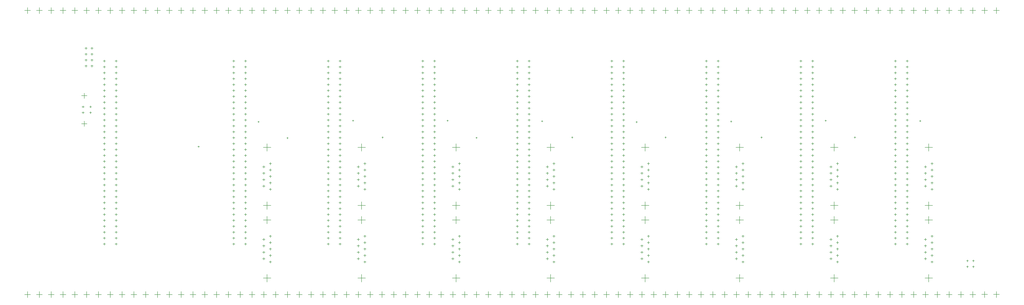
<source format=gbr>
%FSTAX23Y23*%
%MOIN*%
%SFA1B1*%

%IPPOS*%
%ADD226C,0.005000*%
%LNbackplane_drillmap_1-1*%
%LPD*%
G54D226*
X02851Y0531D02*
X02888D01*
X0287Y05292D02*
Y05328D01*
X02851Y05409D02*
X02888D01*
X0287Y05391D02*
Y05427D01*
X02978Y05409D02*
X03014D01*
X02996Y05391D02*
Y05427D01*
X02978Y0531D02*
X03014D01*
X02996Y05292D02*
Y05328D01*
X02844Y05597D02*
X02935D01*
X02889Y05551D02*
Y05642D01*
X02844Y05122D02*
X02935D01*
X02889Y05077D02*
Y05168D01*
X168Y06185D02*
X16839D01*
X1682Y06165D02*
Y06204D01*
X168Y06085D02*
X16839D01*
X1682Y06065D02*
Y06104D01*
X168Y05985D02*
X16839D01*
X1682Y05965D02*
Y06004D01*
X168Y05885D02*
X16839D01*
X1682Y05865D02*
Y05904D01*
X168Y05785D02*
X16839D01*
X1682Y05765D02*
Y05804D01*
X168Y05685D02*
X16839D01*
X1682Y05665D02*
Y05704D01*
X168Y05584D02*
X16839D01*
X1682Y05565D02*
Y05604D01*
X168Y05485D02*
X16839D01*
X1682Y05465D02*
Y05504D01*
X168Y05385D02*
X16839D01*
X1682Y05365D02*
Y05404D01*
X168Y05285D02*
X16839D01*
X1682Y05265D02*
Y05304D01*
X168Y05185D02*
X16839D01*
X1682Y05165D02*
Y05204D01*
X168Y05085D02*
X16839D01*
X1682Y05065D02*
Y05104D01*
X168Y04985D02*
X16839D01*
X1682Y04965D02*
Y05004D01*
X168Y04885D02*
X16839D01*
X1682Y04865D02*
Y04904D01*
X168Y04785D02*
X16839D01*
X1682Y04765D02*
Y04804D01*
X168Y04685D02*
X16839D01*
X1682Y04665D02*
Y04704D01*
X168Y04585D02*
X16839D01*
X1682Y04565D02*
Y04604D01*
X168Y04485D02*
X16839D01*
X1682Y04465D02*
Y04504D01*
X168Y04385D02*
X16839D01*
X1682Y04365D02*
Y04404D01*
X168Y04285D02*
X16839D01*
X1682Y04265D02*
Y04304D01*
X168Y04185D02*
X16839D01*
X1682Y04165D02*
Y04204D01*
X168Y04085D02*
X16839D01*
X1682Y04065D02*
Y04104D01*
X168Y03985D02*
X16839D01*
X1682Y03965D02*
Y04004D01*
X168Y03885D02*
X16839D01*
X1682Y03865D02*
Y03904D01*
X168Y03785D02*
X16839D01*
X1682Y03765D02*
Y03804D01*
X168Y03685D02*
X16839D01*
X1682Y03665D02*
Y03704D01*
X168Y03585D02*
X16839D01*
X1682Y03565D02*
Y03604D01*
X168Y03485D02*
X16839D01*
X1682Y03465D02*
Y03504D01*
X168Y03385D02*
X16839D01*
X1682Y03365D02*
Y03404D01*
X168Y03285D02*
X16839D01*
X1682Y03265D02*
Y03304D01*
X168Y03185D02*
X16839D01*
X1682Y03165D02*
Y03204D01*
X168Y03085D02*
X16839D01*
X1682Y03065D02*
Y03104D01*
X166Y06185D02*
X16639D01*
X1662Y06165D02*
Y06204D01*
X166Y06085D02*
X16639D01*
X1662Y06065D02*
Y06104D01*
X166Y05985D02*
X16639D01*
X1662Y05965D02*
Y06004D01*
X166Y05885D02*
X16639D01*
X1662Y05865D02*
Y05904D01*
X166Y05785D02*
X16639D01*
X1662Y05765D02*
Y05804D01*
X166Y05685D02*
X16639D01*
X1662Y05665D02*
Y05704D01*
X166Y05584D02*
X16639D01*
X1662Y05565D02*
Y05604D01*
X166Y05485D02*
X16639D01*
X1662Y05465D02*
Y05504D01*
X166Y05385D02*
X16639D01*
X1662Y05365D02*
Y05404D01*
X166Y05285D02*
X16639D01*
X1662Y05265D02*
Y05304D01*
X166Y05185D02*
X16639D01*
X1662Y05165D02*
Y05204D01*
X166Y05085D02*
X16639D01*
X1662Y05065D02*
Y05104D01*
X166Y04985D02*
X16639D01*
X1662Y04965D02*
Y05004D01*
X166Y04885D02*
X16639D01*
X1662Y04865D02*
Y04904D01*
X166Y04785D02*
X16639D01*
X1662Y04765D02*
Y04804D01*
X166Y04685D02*
X16639D01*
X1662Y04665D02*
Y04704D01*
X166Y04585D02*
X16639D01*
X1662Y04565D02*
Y04604D01*
X166Y04485D02*
X16639D01*
X1662Y04465D02*
Y04504D01*
X166Y04385D02*
X16639D01*
X1662Y04365D02*
Y04404D01*
X166Y04285D02*
X16639D01*
X1662Y04265D02*
Y04304D01*
X166Y04185D02*
X16639D01*
X1662Y04165D02*
Y04204D01*
X166Y04085D02*
X16639D01*
X1662Y04065D02*
Y04104D01*
X166Y03985D02*
X16639D01*
X1662Y03965D02*
Y04004D01*
X166Y03885D02*
X16639D01*
X1662Y03865D02*
Y03904D01*
X166Y03785D02*
X16639D01*
X1662Y03765D02*
Y03804D01*
X166Y03685D02*
X16639D01*
X1662Y03665D02*
Y03704D01*
X166Y03585D02*
X16639D01*
X1662Y03565D02*
Y03604D01*
X166Y03485D02*
X16639D01*
X1662Y03465D02*
Y03504D01*
X166Y03385D02*
X16639D01*
X1662Y03365D02*
Y03404D01*
X166Y03285D02*
X16639D01*
X1662Y03265D02*
Y03304D01*
X166Y03185D02*
X16639D01*
X1662Y03165D02*
Y03204D01*
X166Y03085D02*
X16639D01*
X1662Y03065D02*
Y03104D01*
X152Y06185D02*
X15239D01*
X1522Y06165D02*
Y06204D01*
X152Y06085D02*
X15239D01*
X1522Y06065D02*
Y06104D01*
X152Y05985D02*
X15239D01*
X1522Y05965D02*
Y06004D01*
X152Y05885D02*
X15239D01*
X1522Y05865D02*
Y05904D01*
X152Y05785D02*
X15239D01*
X1522Y05765D02*
Y05804D01*
X152Y05685D02*
X15239D01*
X1522Y05665D02*
Y05704D01*
X152Y05584D02*
X15239D01*
X1522Y05565D02*
Y05604D01*
X152Y05485D02*
X15239D01*
X1522Y05465D02*
Y05504D01*
X152Y05385D02*
X15239D01*
X1522Y05365D02*
Y05404D01*
X152Y05285D02*
X15239D01*
X1522Y05265D02*
Y05304D01*
X152Y05185D02*
X15239D01*
X1522Y05165D02*
Y05204D01*
X152Y05085D02*
X15239D01*
X1522Y05065D02*
Y05104D01*
X152Y04985D02*
X15239D01*
X1522Y04965D02*
Y05004D01*
X152Y04885D02*
X15239D01*
X1522Y04865D02*
Y04904D01*
X152Y04785D02*
X15239D01*
X1522Y04765D02*
Y04804D01*
X152Y04685D02*
X15239D01*
X1522Y04665D02*
Y04704D01*
X152Y04585D02*
X15239D01*
X1522Y04565D02*
Y04604D01*
X152Y04485D02*
X15239D01*
X1522Y04465D02*
Y04504D01*
X152Y04385D02*
X15239D01*
X1522Y04365D02*
Y04404D01*
X152Y04285D02*
X15239D01*
X1522Y04265D02*
Y04304D01*
X152Y04185D02*
X15239D01*
X1522Y04165D02*
Y04204D01*
X152Y04085D02*
X15239D01*
X1522Y04065D02*
Y04104D01*
X152Y03985D02*
X15239D01*
X1522Y03965D02*
Y04004D01*
X152Y03885D02*
X15239D01*
X1522Y03865D02*
Y03904D01*
X152Y03785D02*
X15239D01*
X1522Y03765D02*
Y03804D01*
X152Y03685D02*
X15239D01*
X1522Y03665D02*
Y03704D01*
X152Y03585D02*
X15239D01*
X1522Y03565D02*
Y03604D01*
X152Y03485D02*
X15239D01*
X1522Y03465D02*
Y03504D01*
X152Y03385D02*
X15239D01*
X1522Y03365D02*
Y03404D01*
X152Y03285D02*
X15239D01*
X1522Y03265D02*
Y03304D01*
X152Y03185D02*
X15239D01*
X1522Y03165D02*
Y03204D01*
X152Y03085D02*
X15239D01*
X1522Y03065D02*
Y03104D01*
X15Y06185D02*
X15039D01*
X1502Y06165D02*
Y06204D01*
X15Y06085D02*
X15039D01*
X1502Y06065D02*
Y06104D01*
X15Y05985D02*
X15039D01*
X1502Y05965D02*
Y06004D01*
X15Y05885D02*
X15039D01*
X1502Y05865D02*
Y05904D01*
X15Y05785D02*
X15039D01*
X1502Y05765D02*
Y05804D01*
X15Y05685D02*
X15039D01*
X1502Y05665D02*
Y05704D01*
X15Y05584D02*
X15039D01*
X1502Y05565D02*
Y05604D01*
X15Y05485D02*
X15039D01*
X1502Y05465D02*
Y05504D01*
X15Y05385D02*
X15039D01*
X1502Y05365D02*
Y05404D01*
X15Y05285D02*
X15039D01*
X1502Y05265D02*
Y05304D01*
X15Y05185D02*
X15039D01*
X1502Y05165D02*
Y05204D01*
X15Y05085D02*
X15039D01*
X1502Y05065D02*
Y05104D01*
X15Y04985D02*
X15039D01*
X1502Y04965D02*
Y05004D01*
X15Y04885D02*
X15039D01*
X1502Y04865D02*
Y04904D01*
X15Y04785D02*
X15039D01*
X1502Y04765D02*
Y04804D01*
X15Y04685D02*
X15039D01*
X1502Y04665D02*
Y04704D01*
X15Y04585D02*
X15039D01*
X1502Y04565D02*
Y04604D01*
X15Y04485D02*
X15039D01*
X1502Y04465D02*
Y04504D01*
X15Y04385D02*
X15039D01*
X1502Y04365D02*
Y04404D01*
X15Y04285D02*
X15039D01*
X1502Y04265D02*
Y04304D01*
X15Y04185D02*
X15039D01*
X1502Y04165D02*
Y04204D01*
X15Y04085D02*
X15039D01*
X1502Y04065D02*
Y04104D01*
X15Y03985D02*
X15039D01*
X1502Y03965D02*
Y04004D01*
X15Y03885D02*
X15039D01*
X1502Y03865D02*
Y03904D01*
X15Y03785D02*
X15039D01*
X1502Y03765D02*
Y03804D01*
X15Y03685D02*
X15039D01*
X1502Y03665D02*
Y03704D01*
X15Y03585D02*
X15039D01*
X1502Y03565D02*
Y03604D01*
X15Y03485D02*
X15039D01*
X1502Y03465D02*
Y03504D01*
X15Y03385D02*
X15039D01*
X1502Y03365D02*
Y03404D01*
X15Y03285D02*
X15039D01*
X1502Y03265D02*
Y03304D01*
X15Y03185D02*
X15039D01*
X1502Y03165D02*
Y03204D01*
X15Y03085D02*
X15039D01*
X1502Y03065D02*
Y03104D01*
X136Y06185D02*
X13639D01*
X1362Y06165D02*
Y06204D01*
X136Y06085D02*
X13639D01*
X1362Y06065D02*
Y06104D01*
X136Y05985D02*
X13639D01*
X1362Y05965D02*
Y06004D01*
X136Y05885D02*
X13639D01*
X1362Y05865D02*
Y05904D01*
X136Y05785D02*
X13639D01*
X1362Y05765D02*
Y05804D01*
X136Y05685D02*
X13639D01*
X1362Y05665D02*
Y05704D01*
X136Y05584D02*
X13639D01*
X1362Y05565D02*
Y05604D01*
X136Y05485D02*
X13639D01*
X1362Y05465D02*
Y05504D01*
X136Y05385D02*
X13639D01*
X1362Y05365D02*
Y05404D01*
X136Y05285D02*
X13639D01*
X1362Y05265D02*
Y05304D01*
X136Y05185D02*
X13639D01*
X1362Y05165D02*
Y05204D01*
X136Y05085D02*
X13639D01*
X1362Y05065D02*
Y05104D01*
X136Y04985D02*
X13639D01*
X1362Y04965D02*
Y05004D01*
X136Y04885D02*
X13639D01*
X1362Y04865D02*
Y04904D01*
X136Y04785D02*
X13639D01*
X1362Y04765D02*
Y04804D01*
X136Y04685D02*
X13639D01*
X1362Y04665D02*
Y04704D01*
X136Y04585D02*
X13639D01*
X1362Y04565D02*
Y04604D01*
X136Y04485D02*
X13639D01*
X1362Y04465D02*
Y04504D01*
X136Y04385D02*
X13639D01*
X1362Y04365D02*
Y04404D01*
X136Y04285D02*
X13639D01*
X1362Y04265D02*
Y04304D01*
X136Y04185D02*
X13639D01*
X1362Y04165D02*
Y04204D01*
X136Y04085D02*
X13639D01*
X1362Y04065D02*
Y04104D01*
X136Y03985D02*
X13639D01*
X1362Y03965D02*
Y04004D01*
X136Y03885D02*
X13639D01*
X1362Y03865D02*
Y03904D01*
X136Y03785D02*
X13639D01*
X1362Y03765D02*
Y03804D01*
X136Y03685D02*
X13639D01*
X1362Y03665D02*
Y03704D01*
X136Y03585D02*
X13639D01*
X1362Y03565D02*
Y03604D01*
X136Y03485D02*
X13639D01*
X1362Y03465D02*
Y03504D01*
X136Y03385D02*
X13639D01*
X1362Y03365D02*
Y03404D01*
X136Y03285D02*
X13639D01*
X1362Y03265D02*
Y03304D01*
X136Y03185D02*
X13639D01*
X1362Y03165D02*
Y03204D01*
X136Y03085D02*
X13639D01*
X1362Y03065D02*
Y03104D01*
X134Y06185D02*
X13439D01*
X1342Y06165D02*
Y06204D01*
X134Y06085D02*
X13439D01*
X1342Y06065D02*
Y06104D01*
X134Y05985D02*
X13439D01*
X1342Y05965D02*
Y06004D01*
X134Y05885D02*
X13439D01*
X1342Y05865D02*
Y05904D01*
X134Y05785D02*
X13439D01*
X1342Y05765D02*
Y05804D01*
X134Y05685D02*
X13439D01*
X1342Y05665D02*
Y05704D01*
X134Y05584D02*
X13439D01*
X1342Y05565D02*
Y05604D01*
X134Y05485D02*
X13439D01*
X1342Y05465D02*
Y05504D01*
X134Y05385D02*
X13439D01*
X1342Y05365D02*
Y05404D01*
X134Y05285D02*
X13439D01*
X1342Y05265D02*
Y05304D01*
X134Y05185D02*
X13439D01*
X1342Y05165D02*
Y05204D01*
X134Y05085D02*
X13439D01*
X1342Y05065D02*
Y05104D01*
X134Y04985D02*
X13439D01*
X1342Y04965D02*
Y05004D01*
X134Y04885D02*
X13439D01*
X1342Y04865D02*
Y04904D01*
X134Y04785D02*
X13439D01*
X1342Y04765D02*
Y04804D01*
X134Y04685D02*
X13439D01*
X1342Y04665D02*
Y04704D01*
X134Y04585D02*
X13439D01*
X1342Y04565D02*
Y04604D01*
X134Y04485D02*
X13439D01*
X1342Y04465D02*
Y04504D01*
X134Y04385D02*
X13439D01*
X1342Y04365D02*
Y04404D01*
X134Y04285D02*
X13439D01*
X1342Y04265D02*
Y04304D01*
X134Y04185D02*
X13439D01*
X1342Y04165D02*
Y04204D01*
X134Y04085D02*
X13439D01*
X1342Y04065D02*
Y04104D01*
X134Y03985D02*
X13439D01*
X1342Y03965D02*
Y04004D01*
X134Y03885D02*
X13439D01*
X1342Y03865D02*
Y03904D01*
X134Y03785D02*
X13439D01*
X1342Y03765D02*
Y03804D01*
X134Y03685D02*
X13439D01*
X1342Y03665D02*
Y03704D01*
X134Y03585D02*
X13439D01*
X1342Y03565D02*
Y03604D01*
X134Y03485D02*
X13439D01*
X1342Y03465D02*
Y03504D01*
X134Y03385D02*
X13439D01*
X1342Y03365D02*
Y03404D01*
X134Y03285D02*
X13439D01*
X1342Y03265D02*
Y03304D01*
X134Y03185D02*
X13439D01*
X1342Y03165D02*
Y03204D01*
X134Y03085D02*
X13439D01*
X1342Y03065D02*
Y03104D01*
X12Y06185D02*
X12039D01*
X1202Y06165D02*
Y06204D01*
X12Y06085D02*
X12039D01*
X1202Y06065D02*
Y06104D01*
X12Y05985D02*
X12039D01*
X1202Y05965D02*
Y06004D01*
X12Y05885D02*
X12039D01*
X1202Y05865D02*
Y05904D01*
X12Y05785D02*
X12039D01*
X1202Y05765D02*
Y05804D01*
X12Y05685D02*
X12039D01*
X1202Y05665D02*
Y05704D01*
X12Y05584D02*
X12039D01*
X1202Y05565D02*
Y05604D01*
X12Y05485D02*
X12039D01*
X1202Y05465D02*
Y05504D01*
X12Y05385D02*
X12039D01*
X1202Y05365D02*
Y05404D01*
X12Y05285D02*
X12039D01*
X1202Y05265D02*
Y05304D01*
X12Y05185D02*
X12039D01*
X1202Y05165D02*
Y05204D01*
X12Y05085D02*
X12039D01*
X1202Y05065D02*
Y05104D01*
X12Y04985D02*
X12039D01*
X1202Y04965D02*
Y05004D01*
X12Y04885D02*
X12039D01*
X1202Y04865D02*
Y04904D01*
X12Y04785D02*
X12039D01*
X1202Y04765D02*
Y04804D01*
X12Y04685D02*
X12039D01*
X1202Y04665D02*
Y04704D01*
X12Y04585D02*
X12039D01*
X1202Y04565D02*
Y04604D01*
X12Y04485D02*
X12039D01*
X1202Y04465D02*
Y04504D01*
X12Y04385D02*
X12039D01*
X1202Y04365D02*
Y04404D01*
X12Y04285D02*
X12039D01*
X1202Y04265D02*
Y04304D01*
X12Y04185D02*
X12039D01*
X1202Y04165D02*
Y04204D01*
X12Y04085D02*
X12039D01*
X1202Y04065D02*
Y04104D01*
X12Y03985D02*
X12039D01*
X1202Y03965D02*
Y04004D01*
X12Y03885D02*
X12039D01*
X1202Y03865D02*
Y03904D01*
X12Y03785D02*
X12039D01*
X1202Y03765D02*
Y03804D01*
X12Y03685D02*
X12039D01*
X1202Y03665D02*
Y03704D01*
X12Y03585D02*
X12039D01*
X1202Y03565D02*
Y03604D01*
X12Y03485D02*
X12039D01*
X1202Y03465D02*
Y03504D01*
X12Y03385D02*
X12039D01*
X1202Y03365D02*
Y03404D01*
X12Y03285D02*
X12039D01*
X1202Y03265D02*
Y03304D01*
X12Y03185D02*
X12039D01*
X1202Y03165D02*
Y03204D01*
X12Y03085D02*
X12039D01*
X1202Y03065D02*
Y03104D01*
X118Y06185D02*
X11839D01*
X1182Y06165D02*
Y06204D01*
X118Y06085D02*
X11839D01*
X1182Y06065D02*
Y06104D01*
X118Y05985D02*
X11839D01*
X1182Y05965D02*
Y06004D01*
X118Y05885D02*
X11839D01*
X1182Y05865D02*
Y05904D01*
X118Y05785D02*
X11839D01*
X1182Y05765D02*
Y05804D01*
X118Y05685D02*
X11839D01*
X1182Y05665D02*
Y05704D01*
X118Y05584D02*
X11839D01*
X1182Y05565D02*
Y05604D01*
X118Y05485D02*
X11839D01*
X1182Y05465D02*
Y05504D01*
X118Y05385D02*
X11839D01*
X1182Y05365D02*
Y05404D01*
X118Y05285D02*
X11839D01*
X1182Y05265D02*
Y05304D01*
X118Y05185D02*
X11839D01*
X1182Y05165D02*
Y05204D01*
X118Y05085D02*
X11839D01*
X1182Y05065D02*
Y05104D01*
X118Y04985D02*
X11839D01*
X1182Y04965D02*
Y05004D01*
X118Y04885D02*
X11839D01*
X1182Y04865D02*
Y04904D01*
X118Y04785D02*
X11839D01*
X1182Y04765D02*
Y04804D01*
X118Y04685D02*
X11839D01*
X1182Y04665D02*
Y04704D01*
X118Y04585D02*
X11839D01*
X1182Y04565D02*
Y04604D01*
X118Y04485D02*
X11839D01*
X1182Y04465D02*
Y04504D01*
X118Y04385D02*
X11839D01*
X1182Y04365D02*
Y04404D01*
X118Y04285D02*
X11839D01*
X1182Y04265D02*
Y04304D01*
X118Y04185D02*
X11839D01*
X1182Y04165D02*
Y04204D01*
X118Y04085D02*
X11839D01*
X1182Y04065D02*
Y04104D01*
X118Y03985D02*
X11839D01*
X1182Y03965D02*
Y04004D01*
X118Y03885D02*
X11839D01*
X1182Y03865D02*
Y03904D01*
X118Y03785D02*
X11839D01*
X1182Y03765D02*
Y03804D01*
X118Y03685D02*
X11839D01*
X1182Y03665D02*
Y03704D01*
X118Y03585D02*
X11839D01*
X1182Y03565D02*
Y03604D01*
X118Y03485D02*
X11839D01*
X1182Y03465D02*
Y03504D01*
X118Y03385D02*
X11839D01*
X1182Y03365D02*
Y03404D01*
X118Y03285D02*
X11839D01*
X1182Y03265D02*
Y03304D01*
X118Y03185D02*
X11839D01*
X1182Y03165D02*
Y03204D01*
X118Y03085D02*
X11839D01*
X1182Y03065D02*
Y03104D01*
X104Y06185D02*
X10439D01*
X1042Y06165D02*
Y06204D01*
X104Y06085D02*
X10439D01*
X1042Y06065D02*
Y06104D01*
X104Y05985D02*
X10439D01*
X1042Y05965D02*
Y06004D01*
X104Y05885D02*
X10439D01*
X1042Y05865D02*
Y05904D01*
X104Y05785D02*
X10439D01*
X1042Y05765D02*
Y05804D01*
X104Y05685D02*
X10439D01*
X1042Y05665D02*
Y05704D01*
X104Y05584D02*
X10439D01*
X1042Y05565D02*
Y05604D01*
X104Y05485D02*
X10439D01*
X1042Y05465D02*
Y05504D01*
X104Y05385D02*
X10439D01*
X1042Y05365D02*
Y05404D01*
X104Y05285D02*
X10439D01*
X1042Y05265D02*
Y05304D01*
X104Y05185D02*
X10439D01*
X1042Y05165D02*
Y05204D01*
X104Y05085D02*
X10439D01*
X1042Y05065D02*
Y05104D01*
X104Y04985D02*
X10439D01*
X1042Y04965D02*
Y05004D01*
X104Y04885D02*
X10439D01*
X1042Y04865D02*
Y04904D01*
X104Y04785D02*
X10439D01*
X1042Y04765D02*
Y04804D01*
X104Y04685D02*
X10439D01*
X1042Y04665D02*
Y04704D01*
X104Y04585D02*
X10439D01*
X1042Y04565D02*
Y04604D01*
X104Y04485D02*
X10439D01*
X1042Y04465D02*
Y04504D01*
X104Y04385D02*
X10439D01*
X1042Y04365D02*
Y04404D01*
X104Y04285D02*
X10439D01*
X1042Y04265D02*
Y04304D01*
X104Y04185D02*
X10439D01*
X1042Y04165D02*
Y04204D01*
X104Y04085D02*
X10439D01*
X1042Y04065D02*
Y04104D01*
X104Y03985D02*
X10439D01*
X1042Y03965D02*
Y04004D01*
X104Y03885D02*
X10439D01*
X1042Y03865D02*
Y03904D01*
X104Y03785D02*
X10439D01*
X1042Y03765D02*
Y03804D01*
X104Y03685D02*
X10439D01*
X1042Y03665D02*
Y03704D01*
X104Y03585D02*
X10439D01*
X1042Y03565D02*
Y03604D01*
X104Y03485D02*
X10439D01*
X1042Y03465D02*
Y03504D01*
X104Y03385D02*
X10439D01*
X1042Y03365D02*
Y03404D01*
X104Y03285D02*
X10439D01*
X1042Y03265D02*
Y03304D01*
X104Y03185D02*
X10439D01*
X1042Y03165D02*
Y03204D01*
X104Y03085D02*
X10439D01*
X1042Y03065D02*
Y03104D01*
X102Y06185D02*
X10239D01*
X1022Y06165D02*
Y06204D01*
X102Y06085D02*
X10239D01*
X1022Y06065D02*
Y06104D01*
X102Y05985D02*
X10239D01*
X1022Y05965D02*
Y06004D01*
X102Y05885D02*
X10239D01*
X1022Y05865D02*
Y05904D01*
X102Y05785D02*
X10239D01*
X1022Y05765D02*
Y05804D01*
X102Y05685D02*
X10239D01*
X1022Y05665D02*
Y05704D01*
X102Y05584D02*
X10239D01*
X1022Y05565D02*
Y05604D01*
X102Y05485D02*
X10239D01*
X1022Y05465D02*
Y05504D01*
X102Y05385D02*
X10239D01*
X1022Y05365D02*
Y05404D01*
X102Y05285D02*
X10239D01*
X1022Y05265D02*
Y05304D01*
X102Y05185D02*
X10239D01*
X1022Y05165D02*
Y05204D01*
X102Y05085D02*
X10239D01*
X1022Y05065D02*
Y05104D01*
X102Y04985D02*
X10239D01*
X1022Y04965D02*
Y05004D01*
X102Y04885D02*
X10239D01*
X1022Y04865D02*
Y04904D01*
X102Y04785D02*
X10239D01*
X1022Y04765D02*
Y04804D01*
X102Y04685D02*
X10239D01*
X1022Y04665D02*
Y04704D01*
X102Y04585D02*
X10239D01*
X1022Y04565D02*
Y04604D01*
X102Y04485D02*
X10239D01*
X1022Y04465D02*
Y04504D01*
X102Y04385D02*
X10239D01*
X1022Y04365D02*
Y04404D01*
X102Y04285D02*
X10239D01*
X1022Y04265D02*
Y04304D01*
X102Y04185D02*
X10239D01*
X1022Y04165D02*
Y04204D01*
X102Y04085D02*
X10239D01*
X1022Y04065D02*
Y04104D01*
X102Y03985D02*
X10239D01*
X1022Y03965D02*
Y04004D01*
X102Y03885D02*
X10239D01*
X1022Y03865D02*
Y03904D01*
X102Y03785D02*
X10239D01*
X1022Y03765D02*
Y03804D01*
X102Y03685D02*
X10239D01*
X1022Y03665D02*
Y03704D01*
X102Y03585D02*
X10239D01*
X1022Y03565D02*
Y03604D01*
X102Y03485D02*
X10239D01*
X1022Y03465D02*
Y03504D01*
X102Y03385D02*
X10239D01*
X1022Y03365D02*
Y03404D01*
X102Y03285D02*
X10239D01*
X1022Y03265D02*
Y03304D01*
X102Y03185D02*
X10239D01*
X1022Y03165D02*
Y03204D01*
X102Y03085D02*
X10239D01*
X1022Y03065D02*
Y03104D01*
X088Y06185D02*
X08839D01*
X0882Y06165D02*
Y06204D01*
X088Y06085D02*
X08839D01*
X0882Y06065D02*
Y06104D01*
X088Y05985D02*
X08839D01*
X0882Y05965D02*
Y06004D01*
X088Y05885D02*
X08839D01*
X0882Y05865D02*
Y05904D01*
X088Y05785D02*
X08839D01*
X0882Y05765D02*
Y05804D01*
X088Y05685D02*
X08839D01*
X0882Y05665D02*
Y05704D01*
X088Y05584D02*
X08839D01*
X0882Y05565D02*
Y05604D01*
X088Y05485D02*
X08839D01*
X0882Y05465D02*
Y05504D01*
X088Y05385D02*
X08839D01*
X0882Y05365D02*
Y05404D01*
X088Y05285D02*
X08839D01*
X0882Y05265D02*
Y05304D01*
X088Y05185D02*
X08839D01*
X0882Y05165D02*
Y05204D01*
X088Y05085D02*
X08839D01*
X0882Y05065D02*
Y05104D01*
X088Y04985D02*
X08839D01*
X0882Y04965D02*
Y05004D01*
X088Y04885D02*
X08839D01*
X0882Y04865D02*
Y04904D01*
X088Y04785D02*
X08839D01*
X0882Y04765D02*
Y04804D01*
X088Y04685D02*
X08839D01*
X0882Y04665D02*
Y04704D01*
X088Y04585D02*
X08839D01*
X0882Y04565D02*
Y04604D01*
X088Y04485D02*
X08839D01*
X0882Y04465D02*
Y04504D01*
X088Y04385D02*
X08839D01*
X0882Y04365D02*
Y04404D01*
X088Y04285D02*
X08839D01*
X0882Y04265D02*
Y04304D01*
X088Y04185D02*
X08839D01*
X0882Y04165D02*
Y04204D01*
X088Y04085D02*
X08839D01*
X0882Y04065D02*
Y04104D01*
X088Y03985D02*
X08839D01*
X0882Y03965D02*
Y04004D01*
X088Y03885D02*
X08839D01*
X0882Y03865D02*
Y03904D01*
X088Y03785D02*
X08839D01*
X0882Y03765D02*
Y03804D01*
X088Y03685D02*
X08839D01*
X0882Y03665D02*
Y03704D01*
X088Y03585D02*
X08839D01*
X0882Y03565D02*
Y03604D01*
X088Y03485D02*
X08839D01*
X0882Y03465D02*
Y03504D01*
X088Y03385D02*
X08839D01*
X0882Y03365D02*
Y03404D01*
X088Y03285D02*
X08839D01*
X0882Y03265D02*
Y03304D01*
X088Y03185D02*
X08839D01*
X0882Y03165D02*
Y03204D01*
X088Y03085D02*
X08839D01*
X0882Y03065D02*
Y03104D01*
X086Y06185D02*
X08639D01*
X0862Y06165D02*
Y06204D01*
X086Y06085D02*
X08639D01*
X0862Y06065D02*
Y06104D01*
X086Y05985D02*
X08639D01*
X0862Y05965D02*
Y06004D01*
X086Y05885D02*
X08639D01*
X0862Y05865D02*
Y05904D01*
X086Y05785D02*
X08639D01*
X0862Y05765D02*
Y05804D01*
X086Y05685D02*
X08639D01*
X0862Y05665D02*
Y05704D01*
X086Y05584D02*
X08639D01*
X0862Y05565D02*
Y05604D01*
X086Y05485D02*
X08639D01*
X0862Y05465D02*
Y05504D01*
X086Y05385D02*
X08639D01*
X0862Y05365D02*
Y05404D01*
X086Y05285D02*
X08639D01*
X0862Y05265D02*
Y05304D01*
X086Y05185D02*
X08639D01*
X0862Y05165D02*
Y05204D01*
X086Y05085D02*
X08639D01*
X0862Y05065D02*
Y05104D01*
X086Y04985D02*
X08639D01*
X0862Y04965D02*
Y05004D01*
X086Y04885D02*
X08639D01*
X0862Y04865D02*
Y04904D01*
X086Y04785D02*
X08639D01*
X0862Y04765D02*
Y04804D01*
X086Y04685D02*
X08639D01*
X0862Y04665D02*
Y04704D01*
X086Y04585D02*
X08639D01*
X0862Y04565D02*
Y04604D01*
X086Y04485D02*
X08639D01*
X0862Y04465D02*
Y04504D01*
X086Y04385D02*
X08639D01*
X0862Y04365D02*
Y04404D01*
X086Y04285D02*
X08639D01*
X0862Y04265D02*
Y04304D01*
X086Y04185D02*
X08639D01*
X0862Y04165D02*
Y04204D01*
X086Y04085D02*
X08639D01*
X0862Y04065D02*
Y04104D01*
X086Y03985D02*
X08639D01*
X0862Y03965D02*
Y04004D01*
X086Y03885D02*
X08639D01*
X0862Y03865D02*
Y03904D01*
X086Y03785D02*
X08639D01*
X0862Y03765D02*
Y03804D01*
X086Y03685D02*
X08639D01*
X0862Y03665D02*
Y03704D01*
X086Y03585D02*
X08639D01*
X0862Y03565D02*
Y03604D01*
X086Y03485D02*
X08639D01*
X0862Y03465D02*
Y03504D01*
X086Y03385D02*
X08639D01*
X0862Y03365D02*
Y03404D01*
X086Y03285D02*
X08639D01*
X0862Y03265D02*
Y03304D01*
X086Y03185D02*
X08639D01*
X0862Y03165D02*
Y03204D01*
X086Y03085D02*
X08639D01*
X0862Y03065D02*
Y03104D01*
X072Y06185D02*
X07239D01*
X0722Y06165D02*
Y06204D01*
X072Y06085D02*
X07239D01*
X0722Y06065D02*
Y06104D01*
X072Y05985D02*
X07239D01*
X0722Y05965D02*
Y06004D01*
X072Y05885D02*
X07239D01*
X0722Y05865D02*
Y05904D01*
X072Y05785D02*
X07239D01*
X0722Y05765D02*
Y05804D01*
X072Y05685D02*
X07239D01*
X0722Y05665D02*
Y05704D01*
X072Y05584D02*
X07239D01*
X0722Y05565D02*
Y05604D01*
X072Y05485D02*
X07239D01*
X0722Y05465D02*
Y05504D01*
X072Y05385D02*
X07239D01*
X0722Y05365D02*
Y05404D01*
X072Y05285D02*
X07239D01*
X0722Y05265D02*
Y05304D01*
X072Y05185D02*
X07239D01*
X0722Y05165D02*
Y05204D01*
X072Y05085D02*
X07239D01*
X0722Y05065D02*
Y05104D01*
X072Y04985D02*
X07239D01*
X0722Y04965D02*
Y05004D01*
X072Y04885D02*
X07239D01*
X0722Y04865D02*
Y04904D01*
X072Y04785D02*
X07239D01*
X0722Y04765D02*
Y04804D01*
X072Y04685D02*
X07239D01*
X0722Y04665D02*
Y04704D01*
X072Y04585D02*
X07239D01*
X0722Y04565D02*
Y04604D01*
X072Y04485D02*
X07239D01*
X0722Y04465D02*
Y04504D01*
X072Y04385D02*
X07239D01*
X0722Y04365D02*
Y04404D01*
X072Y04285D02*
X07239D01*
X0722Y04265D02*
Y04304D01*
X072Y04185D02*
X07239D01*
X0722Y04165D02*
Y04204D01*
X072Y04085D02*
X07239D01*
X0722Y04065D02*
Y04104D01*
X072Y03985D02*
X07239D01*
X0722Y03965D02*
Y04004D01*
X072Y03885D02*
X07239D01*
X0722Y03865D02*
Y03904D01*
X072Y03785D02*
X07239D01*
X0722Y03765D02*
Y03804D01*
X072Y03685D02*
X07239D01*
X0722Y03665D02*
Y03704D01*
X072Y03585D02*
X07239D01*
X0722Y03565D02*
Y03604D01*
X072Y03485D02*
X07239D01*
X0722Y03465D02*
Y03504D01*
X072Y03385D02*
X07239D01*
X0722Y03365D02*
Y03404D01*
X072Y03285D02*
X07239D01*
X0722Y03265D02*
Y03304D01*
X072Y03185D02*
X07239D01*
X0722Y03165D02*
Y03204D01*
X072Y03085D02*
X07239D01*
X0722Y03065D02*
Y03104D01*
X07Y06185D02*
X07039D01*
X0702Y06165D02*
Y06204D01*
X07Y06085D02*
X07039D01*
X0702Y06065D02*
Y06104D01*
X07Y05985D02*
X07039D01*
X0702Y05965D02*
Y06004D01*
X07Y05885D02*
X07039D01*
X0702Y05865D02*
Y05904D01*
X07Y05785D02*
X07039D01*
X0702Y05765D02*
Y05804D01*
X07Y05685D02*
X07039D01*
X0702Y05665D02*
Y05704D01*
X07Y05584D02*
X07039D01*
X0702Y05565D02*
Y05604D01*
X07Y05485D02*
X07039D01*
X0702Y05465D02*
Y05504D01*
X07Y05385D02*
X07039D01*
X0702Y05365D02*
Y05404D01*
X07Y05285D02*
X07039D01*
X0702Y05265D02*
Y05304D01*
X07Y05185D02*
X07039D01*
X0702Y05165D02*
Y05204D01*
X07Y05085D02*
X07039D01*
X0702Y05065D02*
Y05104D01*
X07Y04985D02*
X07039D01*
X0702Y04965D02*
Y05004D01*
X07Y04885D02*
X07039D01*
X0702Y04865D02*
Y04904D01*
X07Y04785D02*
X07039D01*
X0702Y04765D02*
Y04804D01*
X07Y04685D02*
X07039D01*
X0702Y04665D02*
Y04704D01*
X07Y04585D02*
X07039D01*
X0702Y04565D02*
Y04604D01*
X07Y04485D02*
X07039D01*
X0702Y04465D02*
Y04504D01*
X07Y04385D02*
X07039D01*
X0702Y04365D02*
Y04404D01*
X07Y04285D02*
X07039D01*
X0702Y04265D02*
Y04304D01*
X07Y04185D02*
X07039D01*
X0702Y04165D02*
Y04204D01*
X07Y04085D02*
X07039D01*
X0702Y04065D02*
Y04104D01*
X07Y03985D02*
X07039D01*
X0702Y03965D02*
Y04004D01*
X07Y03885D02*
X07039D01*
X0702Y03865D02*
Y03904D01*
X07Y03785D02*
X07039D01*
X0702Y03765D02*
Y03804D01*
X07Y03685D02*
X07039D01*
X0702Y03665D02*
Y03704D01*
X07Y03585D02*
X07039D01*
X0702Y03565D02*
Y03604D01*
X07Y03485D02*
X07039D01*
X0702Y03465D02*
Y03504D01*
X07Y03385D02*
X07039D01*
X0702Y03365D02*
Y03404D01*
X07Y03285D02*
X07039D01*
X0702Y03265D02*
Y03304D01*
X07Y03185D02*
X07039D01*
X0702Y03165D02*
Y03204D01*
X07Y03085D02*
X07039D01*
X0702Y03065D02*
Y03104D01*
X0341Y06185D02*
X03449D01*
X0343Y06165D02*
Y06204D01*
X0341Y06085D02*
X03449D01*
X0343Y06065D02*
Y06104D01*
X0341Y05985D02*
X03449D01*
X0343Y05965D02*
Y06004D01*
X0341Y05885D02*
X03449D01*
X0343Y05865D02*
Y05904D01*
X0341Y05785D02*
X03449D01*
X0343Y05765D02*
Y05804D01*
X0341Y05685D02*
X03449D01*
X0343Y05665D02*
Y05704D01*
X0341Y05584D02*
X03449D01*
X0343Y05565D02*
Y05604D01*
X0341Y05485D02*
X03449D01*
X0343Y05465D02*
Y05504D01*
X0341Y05385D02*
X03449D01*
X0343Y05365D02*
Y05404D01*
X0341Y05285D02*
X03449D01*
X0343Y05265D02*
Y05304D01*
X0341Y05185D02*
X03449D01*
X0343Y05165D02*
Y05204D01*
X0341Y05085D02*
X03449D01*
X0343Y05065D02*
Y05104D01*
X0341Y04985D02*
X03449D01*
X0343Y04965D02*
Y05004D01*
X0341Y04885D02*
X03449D01*
X0343Y04865D02*
Y04904D01*
X0341Y04785D02*
X03449D01*
X0343Y04765D02*
Y04804D01*
X0341Y04685D02*
X03449D01*
X0343Y04665D02*
Y04704D01*
X0341Y04585D02*
X03449D01*
X0343Y04565D02*
Y04604D01*
X0341Y04485D02*
X03449D01*
X0343Y04465D02*
Y04504D01*
X0341Y04385D02*
X03449D01*
X0343Y04365D02*
Y04404D01*
X0341Y04285D02*
X03449D01*
X0343Y04265D02*
Y04304D01*
X0341Y04185D02*
X03449D01*
X0343Y04165D02*
Y04204D01*
X0341Y04085D02*
X03449D01*
X0343Y04065D02*
Y04104D01*
X0341Y03985D02*
X03449D01*
X0343Y03965D02*
Y04004D01*
X0341Y03885D02*
X03449D01*
X0343Y03865D02*
Y03904D01*
X0341Y03785D02*
X03449D01*
X0343Y03765D02*
Y03804D01*
X0341Y03685D02*
X03449D01*
X0343Y03665D02*
Y03704D01*
X0341Y03585D02*
X03449D01*
X0343Y03565D02*
Y03604D01*
X0341Y03485D02*
X03449D01*
X0343Y03465D02*
Y03504D01*
X0341Y03385D02*
X03449D01*
X0343Y03365D02*
Y03404D01*
X0341Y03285D02*
X03449D01*
X0343Y03265D02*
Y03304D01*
X0341Y03185D02*
X03449D01*
X0343Y03165D02*
Y03204D01*
X0341Y03085D02*
X03449D01*
X0343Y03065D02*
Y03104D01*
X0321Y06185D02*
X03249D01*
X0323Y06165D02*
Y06204D01*
X0321Y06085D02*
X03249D01*
X0323Y06065D02*
Y06104D01*
X0321Y05985D02*
X03249D01*
X0323Y05965D02*
Y06004D01*
X0321Y05885D02*
X03249D01*
X0323Y05865D02*
Y05904D01*
X0321Y05785D02*
X03249D01*
X0323Y05765D02*
Y05804D01*
X0321Y05685D02*
X03249D01*
X0323Y05665D02*
Y05704D01*
X0321Y05584D02*
X03249D01*
X0323Y05565D02*
Y05604D01*
X0321Y05485D02*
X03249D01*
X0323Y05465D02*
Y05504D01*
X0321Y05385D02*
X03249D01*
X0323Y05365D02*
Y05404D01*
X0321Y05285D02*
X03249D01*
X0323Y05265D02*
Y05304D01*
X0321Y05185D02*
X03249D01*
X0323Y05165D02*
Y05204D01*
X0321Y05085D02*
X03249D01*
X0323Y05065D02*
Y05104D01*
X0321Y04985D02*
X03249D01*
X0323Y04965D02*
Y05004D01*
X0321Y04885D02*
X03249D01*
X0323Y04865D02*
Y04904D01*
X0321Y04785D02*
X03249D01*
X0323Y04765D02*
Y04804D01*
X0321Y04685D02*
X03249D01*
X0323Y04665D02*
Y04704D01*
X0321Y04585D02*
X03249D01*
X0323Y04565D02*
Y04604D01*
X0321Y04485D02*
X03249D01*
X0323Y04465D02*
Y04504D01*
X0321Y04385D02*
X03249D01*
X0323Y04365D02*
Y04404D01*
X0321Y04285D02*
X03249D01*
X0323Y04265D02*
Y04304D01*
X0321Y04185D02*
X03249D01*
X0323Y04165D02*
Y04204D01*
X0321Y04085D02*
X03249D01*
X0323Y04065D02*
Y04104D01*
X0321Y03985D02*
X03249D01*
X0323Y03965D02*
Y04004D01*
X0321Y03885D02*
X03249D01*
X0323Y03865D02*
Y03904D01*
X0321Y03785D02*
X03249D01*
X0323Y03765D02*
Y03804D01*
X0321Y03685D02*
X03249D01*
X0323Y03665D02*
Y03704D01*
X0321Y03585D02*
X03249D01*
X0323Y03565D02*
Y03604D01*
X0321Y03485D02*
X03249D01*
X0323Y03465D02*
Y03504D01*
X0321Y03385D02*
X03249D01*
X0323Y03365D02*
Y03404D01*
X0321Y03285D02*
X03249D01*
X0323Y03265D02*
Y03304D01*
X0321Y03185D02*
X03249D01*
X0323Y03165D02*
Y03204D01*
X0321Y03085D02*
X03249D01*
X0323Y03065D02*
Y03104D01*
X056Y06185D02*
X05639D01*
X0562Y06165D02*
Y06204D01*
X056Y06085D02*
X05639D01*
X0562Y06065D02*
Y06104D01*
X056Y05985D02*
X05639D01*
X0562Y05965D02*
Y06004D01*
X056Y05885D02*
X05639D01*
X0562Y05865D02*
Y05904D01*
X056Y05785D02*
X05639D01*
X0562Y05765D02*
Y05804D01*
X056Y05685D02*
X05639D01*
X0562Y05665D02*
Y05704D01*
X056Y05584D02*
X05639D01*
X0562Y05565D02*
Y05604D01*
X056Y05485D02*
X05639D01*
X0562Y05465D02*
Y05504D01*
X056Y05385D02*
X05639D01*
X0562Y05365D02*
Y05404D01*
X056Y05285D02*
X05639D01*
X0562Y05265D02*
Y05304D01*
X056Y05185D02*
X05639D01*
X0562Y05165D02*
Y05204D01*
X056Y05085D02*
X05639D01*
X0562Y05065D02*
Y05104D01*
X056Y04985D02*
X05639D01*
X0562Y04965D02*
Y05004D01*
X056Y04885D02*
X05639D01*
X0562Y04865D02*
Y04904D01*
X056Y04785D02*
X05639D01*
X0562Y04765D02*
Y04804D01*
X056Y04685D02*
X05639D01*
X0562Y04665D02*
Y04704D01*
X056Y04585D02*
X05639D01*
X0562Y04565D02*
Y04604D01*
X056Y04485D02*
X05639D01*
X0562Y04465D02*
Y04504D01*
X056Y04385D02*
X05639D01*
X0562Y04365D02*
Y04404D01*
X056Y04285D02*
X05639D01*
X0562Y04265D02*
Y04304D01*
X056Y04185D02*
X05639D01*
X0562Y04165D02*
Y04204D01*
X056Y04085D02*
X05639D01*
X0562Y04065D02*
Y04104D01*
X056Y03985D02*
X05639D01*
X0562Y03965D02*
Y04004D01*
X056Y03885D02*
X05639D01*
X0562Y03865D02*
Y03904D01*
X056Y03785D02*
X05639D01*
X0562Y03765D02*
Y03804D01*
X056Y03685D02*
X05639D01*
X0562Y03665D02*
Y03704D01*
X056Y03585D02*
X05639D01*
X0562Y03565D02*
Y03604D01*
X056Y03485D02*
X05639D01*
X0562Y03465D02*
Y03504D01*
X056Y03385D02*
X05639D01*
X0562Y03365D02*
Y03404D01*
X056Y03285D02*
X05639D01*
X0562Y03265D02*
Y03304D01*
X056Y03185D02*
X05639D01*
X0562Y03165D02*
Y03204D01*
X056Y03085D02*
X05639D01*
X0562Y03065D02*
Y03104D01*
X054Y06185D02*
X05439D01*
X0542Y06165D02*
Y06204D01*
X054Y06085D02*
X05439D01*
X0542Y06065D02*
Y06104D01*
X054Y05985D02*
X05439D01*
X0542Y05965D02*
Y06004D01*
X054Y05885D02*
X05439D01*
X0542Y05865D02*
Y05904D01*
X054Y05785D02*
X05439D01*
X0542Y05765D02*
Y05804D01*
X054Y05685D02*
X05439D01*
X0542Y05665D02*
Y05704D01*
X054Y05584D02*
X05439D01*
X0542Y05565D02*
Y05604D01*
X054Y05485D02*
X05439D01*
X0542Y05465D02*
Y05504D01*
X054Y05385D02*
X05439D01*
X0542Y05365D02*
Y05404D01*
X054Y05285D02*
X05439D01*
X0542Y05265D02*
Y05304D01*
X054Y05185D02*
X05439D01*
X0542Y05165D02*
Y05204D01*
X054Y05085D02*
X05439D01*
X0542Y05065D02*
Y05104D01*
X054Y04985D02*
X05439D01*
X0542Y04965D02*
Y05004D01*
X054Y04885D02*
X05439D01*
X0542Y04865D02*
Y04904D01*
X054Y04785D02*
X05439D01*
X0542Y04765D02*
Y04804D01*
X054Y04685D02*
X05439D01*
X0542Y04665D02*
Y04704D01*
X054Y04585D02*
X05439D01*
X0542Y04565D02*
Y04604D01*
X054Y04485D02*
X05439D01*
X0542Y04465D02*
Y04504D01*
X054Y04385D02*
X05439D01*
X0542Y04365D02*
Y04404D01*
X054Y04285D02*
X05439D01*
X0542Y04265D02*
Y04304D01*
X054Y04185D02*
X05439D01*
X0542Y04165D02*
Y04204D01*
X054Y04085D02*
X05439D01*
X0542Y04065D02*
Y04104D01*
X054Y03985D02*
X05439D01*
X0542Y03965D02*
Y04004D01*
X054Y03885D02*
X05439D01*
X0542Y03865D02*
Y03904D01*
X054Y03785D02*
X05439D01*
X0542Y03765D02*
Y03804D01*
X054Y03685D02*
X05439D01*
X0542Y03665D02*
Y03704D01*
X054Y03585D02*
X05439D01*
X0542Y03565D02*
Y03604D01*
X054Y03485D02*
X05439D01*
X0542Y03465D02*
Y03504D01*
X054Y03385D02*
X05439D01*
X0542Y03365D02*
Y03404D01*
X054Y03285D02*
X05439D01*
X0542Y03265D02*
Y03304D01*
X054Y03185D02*
X05439D01*
X0542Y03165D02*
Y03204D01*
X054Y03085D02*
X05439D01*
X0542Y03065D02*
Y03104D01*
X05278Y02229D02*
X05381D01*
X0533Y02177D02*
Y0228D01*
X05478Y02229D02*
X05581D01*
X0553Y02177D02*
Y0228D01*
X05078Y02229D02*
X05181D01*
X0513Y02177D02*
Y0228D01*
X04478Y02229D02*
X04581D01*
X0453Y02177D02*
Y0228D01*
X04878Y02229D02*
X04981D01*
X0493Y02177D02*
Y0228D01*
X04678Y02229D02*
X04781D01*
X0473Y02177D02*
Y0228D01*
X03878Y02229D02*
X03981D01*
X0393Y02177D02*
Y0228D01*
X04278Y02229D02*
X04381D01*
X0433Y02177D02*
Y0228D01*
X04078Y02229D02*
X04181D01*
X0413Y02177D02*
Y0228D01*
X02278Y02229D02*
X02381D01*
X0233Y02177D02*
Y0228D01*
X02478Y02229D02*
X02581D01*
X0253Y02177D02*
Y0228D01*
X02078Y02229D02*
X02181D01*
X0213Y02177D02*
Y0228D01*
X02878Y02229D02*
X02981D01*
X0293Y02177D02*
Y0228D01*
X03078Y02229D02*
X03181D01*
X0313Y02177D02*
Y0228D01*
X02678Y02229D02*
X02781D01*
X0273Y02177D02*
Y0228D01*
X03278Y02229D02*
X03381D01*
X0333Y02177D02*
Y0228D01*
X03678Y02229D02*
X03781D01*
X0373Y02177D02*
Y0228D01*
X03478Y02229D02*
X03581D01*
X0353Y02177D02*
Y0228D01*
X01878Y02229D02*
X01981D01*
X0193Y02177D02*
Y0228D01*
X05478Y07041D02*
X05581D01*
X0553Y06989D02*
Y07092D01*
X05278Y07041D02*
X05381D01*
X0533Y06989D02*
Y07092D01*
X04878Y07041D02*
X04981D01*
X0493Y06989D02*
Y07092D01*
X05078Y07041D02*
X05181D01*
X0513Y06989D02*
Y07092D01*
X04278Y07041D02*
X04381D01*
X0433Y06989D02*
Y07092D01*
X04078Y07041D02*
X04181D01*
X0413Y06989D02*
Y07092D01*
X04478Y07041D02*
X04581D01*
X0453Y06989D02*
Y07092D01*
X04678Y07041D02*
X04781D01*
X0473Y06989D02*
Y07092D01*
X03078Y07041D02*
X03181D01*
X0313Y06989D02*
Y07092D01*
X02878Y07041D02*
X02981D01*
X0293Y06989D02*
Y07092D01*
X02478Y07041D02*
X02581D01*
X0253Y06989D02*
Y07092D01*
X02678Y07041D02*
X02781D01*
X0273Y06989D02*
Y07092D01*
X03478Y07041D02*
X03581D01*
X0353Y06989D02*
Y07092D01*
X03278Y07041D02*
X03381D01*
X0333Y06989D02*
Y07092D01*
X03678Y07041D02*
X03781D01*
X0373Y06989D02*
Y07092D01*
X03878Y07041D02*
X03981D01*
X0393Y06989D02*
Y07092D01*
X01878Y07041D02*
X01981D01*
X0193Y06989D02*
Y07092D01*
X02078Y07041D02*
X02181D01*
X0213Y06989D02*
Y07092D01*
X02278Y07041D02*
X02381D01*
X0233Y06989D02*
Y07092D01*
X05678Y02229D02*
X05781D01*
X0573Y02177D02*
Y0228D01*
X05678Y07041D02*
X05781D01*
X0573Y06989D02*
Y07092D01*
X06078Y07041D02*
X06181D01*
X0613Y06989D02*
Y07092D01*
X05878Y07041D02*
X05981D01*
X05929Y06989D02*
Y07092D01*
X06478Y07041D02*
X06581D01*
X0653Y06989D02*
Y07092D01*
X06278Y07041D02*
X06381D01*
X0633Y06989D02*
Y07092D01*
X05878Y02229D02*
X05981D01*
X05929Y02177D02*
Y0228D01*
X06078Y02229D02*
X06181D01*
X0613Y02177D02*
Y0228D01*
X06278Y02229D02*
X06381D01*
X0633Y02177D02*
Y0228D01*
X06478Y02229D02*
X06581D01*
X0653Y02177D02*
Y0228D01*
X06678Y07041D02*
X06781D01*
X0673Y06989D02*
Y07092D01*
X06878Y07041D02*
X06981D01*
X0693Y06989D02*
Y07092D01*
X07078Y07041D02*
X07181D01*
X0713Y06989D02*
Y07092D01*
X07278Y07041D02*
X07381D01*
X0733Y06989D02*
Y07092D01*
X07478Y07041D02*
X07581D01*
X07529Y06989D02*
Y07092D01*
X07678Y07041D02*
X07781D01*
X0773Y06989D02*
Y07092D01*
X07878Y07041D02*
X07981D01*
X0793Y06989D02*
Y07092D01*
X08078Y07041D02*
X08181D01*
X0813Y06989D02*
Y07092D01*
X08278Y07041D02*
X08381D01*
X0833Y06989D02*
Y07092D01*
X08478Y07041D02*
X08581D01*
X0853Y06989D02*
Y07092D01*
X08678Y07041D02*
X08781D01*
X0873Y06989D02*
Y07092D01*
X08878Y07041D02*
X08981D01*
X0893Y06989D02*
Y07092D01*
X09078Y07041D02*
X09181D01*
X09129Y06989D02*
Y07092D01*
X09278Y07041D02*
X09381D01*
X09329Y06989D02*
Y07092D01*
X09478Y07041D02*
X09581D01*
X0953Y06989D02*
Y07092D01*
X09678Y07041D02*
X09781D01*
X0973Y06989D02*
Y07092D01*
X09878Y07041D02*
X09981D01*
X0993Y06989D02*
Y07092D01*
X10078Y07041D02*
X10181D01*
X1013Y06989D02*
Y07092D01*
X10278Y07041D02*
X10381D01*
X10329Y06989D02*
Y07092D01*
X10478Y07041D02*
X10581D01*
X1053Y06989D02*
Y07092D01*
X10678Y07041D02*
X10781D01*
X10729Y06989D02*
Y07092D01*
X10878Y07041D02*
X10981D01*
X1093Y06989D02*
Y07092D01*
X11078Y07041D02*
X11181D01*
X1113Y06989D02*
Y07092D01*
X11278Y07041D02*
X11381D01*
X1133Y06989D02*
Y07092D01*
X11478Y07041D02*
X11581D01*
X1153Y06989D02*
Y07092D01*
X11678Y07041D02*
X11781D01*
X11729Y06989D02*
Y07092D01*
X11878Y07041D02*
X11981D01*
X1193Y06989D02*
Y07092D01*
X12078Y07041D02*
X12181D01*
X12129Y06989D02*
Y07092D01*
X12278Y07041D02*
X12381D01*
X1233Y06989D02*
Y07092D01*
X12478Y07041D02*
X12581D01*
X12529Y06989D02*
Y07092D01*
X12678Y07041D02*
X12781D01*
X1273Y06989D02*
Y07092D01*
X12878Y07041D02*
X12981D01*
X1293Y06989D02*
Y07092D01*
X13078Y07041D02*
X13181D01*
X1313Y06989D02*
Y07092D01*
X13278Y07041D02*
X13381D01*
X1333Y06989D02*
Y07092D01*
X13478Y07041D02*
X13581D01*
X13529Y06989D02*
Y07092D01*
X13678Y07041D02*
X13781D01*
X1373Y06989D02*
Y07092D01*
X13878Y07041D02*
X13981D01*
X13929Y06989D02*
Y07092D01*
X14078Y07041D02*
X14181D01*
X1413Y06989D02*
Y07092D01*
X14278Y07041D02*
X14381D01*
X14329Y06989D02*
Y07092D01*
X14478Y07041D02*
X14581D01*
X1453Y06989D02*
Y07092D01*
X14678Y07041D02*
X14781D01*
X1473Y06989D02*
Y07092D01*
X14878Y07041D02*
X14981D01*
X14929Y06989D02*
Y07092D01*
X15078Y07041D02*
X15181D01*
X1513Y06989D02*
Y07092D01*
X15278Y07041D02*
X15381D01*
X15329Y06989D02*
Y07092D01*
X15478Y07041D02*
X15581D01*
X1553Y06989D02*
Y07092D01*
X15678Y07041D02*
X15781D01*
X15729Y06989D02*
Y07092D01*
X15878Y07041D02*
X15981D01*
X1593Y06989D02*
Y07092D01*
X16078Y07041D02*
X16181D01*
X1613Y06989D02*
Y07092D01*
X16278Y07041D02*
X16381D01*
X1633Y06989D02*
Y07092D01*
X16478Y07041D02*
X16581D01*
X1653Y06989D02*
Y07092D01*
X16678Y07041D02*
X16781D01*
X16729Y06989D02*
Y07092D01*
X16878Y07041D02*
X16981D01*
X1693Y06989D02*
Y07092D01*
X17078Y07041D02*
X17181D01*
X17129Y06989D02*
Y07092D01*
X17278Y07041D02*
X17381D01*
X1733Y06989D02*
Y07092D01*
X17478Y07041D02*
X17581D01*
X17529Y06989D02*
Y07092D01*
X17678Y07041D02*
X17781D01*
X1773Y06989D02*
Y07092D01*
X17878Y07041D02*
X17981D01*
X1793Y06989D02*
Y07092D01*
X06678Y02229D02*
X06781D01*
X0673Y02177D02*
Y0228D01*
X06878Y02229D02*
X06981D01*
X0693Y02177D02*
Y0228D01*
X07078Y02229D02*
X07181D01*
X0713Y02177D02*
Y0228D01*
X07278Y02229D02*
X07381D01*
X0733Y02177D02*
Y0228D01*
X07478Y02229D02*
X07581D01*
X07529Y02177D02*
Y0228D01*
X07678Y02229D02*
X07781D01*
X0773Y02177D02*
Y0228D01*
X07878Y02229D02*
X07981D01*
X0793Y02177D02*
Y0228D01*
X08078Y02229D02*
X08181D01*
X0813Y02177D02*
Y0228D01*
X08278Y02229D02*
X08381D01*
X0833Y02177D02*
Y0228D01*
X08478Y02229D02*
X08581D01*
X0853Y02177D02*
Y0228D01*
X08678Y02229D02*
X08781D01*
X0873Y02177D02*
Y0228D01*
X08878Y02229D02*
X08981D01*
X0893Y02177D02*
Y0228D01*
X09078Y02229D02*
X09181D01*
X09129Y02177D02*
Y0228D01*
X09278Y02229D02*
X09381D01*
X09329Y02177D02*
Y0228D01*
X09478Y02229D02*
X09581D01*
X0953Y02177D02*
Y0228D01*
X09678Y02229D02*
X09781D01*
X0973Y02177D02*
Y0228D01*
X09878Y02229D02*
X09981D01*
X0993Y02177D02*
Y0228D01*
X10078Y02229D02*
X10181D01*
X1013Y02177D02*
Y0228D01*
X10278Y02229D02*
X10381D01*
X10329Y02177D02*
Y0228D01*
X10478Y02229D02*
X10581D01*
X1053Y02177D02*
Y0228D01*
X10678Y02229D02*
X10781D01*
X10729Y02177D02*
Y0228D01*
X10878Y02229D02*
X10981D01*
X1093Y02177D02*
Y0228D01*
X11078Y02229D02*
X11181D01*
X1113Y02177D02*
Y0228D01*
X11278Y02229D02*
X11381D01*
X1133Y02177D02*
Y0228D01*
X11478Y02229D02*
X11581D01*
X1153Y02177D02*
Y0228D01*
X11678Y02229D02*
X11781D01*
X11729Y02177D02*
Y0228D01*
X11878Y02229D02*
X11981D01*
X1193Y02177D02*
Y0228D01*
X12078Y02229D02*
X12181D01*
X12129Y02177D02*
Y0228D01*
X12278Y02229D02*
X12381D01*
X1233Y02177D02*
Y0228D01*
X12478Y02229D02*
X12581D01*
X12529Y02177D02*
Y0228D01*
X12678Y02229D02*
X12781D01*
X1273Y02177D02*
Y0228D01*
X12878Y02229D02*
X12981D01*
X1293Y02177D02*
Y0228D01*
X13078Y02229D02*
X13181D01*
X1313Y02177D02*
Y0228D01*
X13278Y02229D02*
X13381D01*
X1333Y02177D02*
Y0228D01*
X13478Y02229D02*
X13581D01*
X13529Y02177D02*
Y0228D01*
X13678Y02229D02*
X13781D01*
X1373Y02177D02*
Y0228D01*
X13878Y02229D02*
X13981D01*
X13929Y02177D02*
Y0228D01*
X14078Y02229D02*
X14181D01*
X1413Y02177D02*
Y0228D01*
X14278Y02229D02*
X14381D01*
X14329Y02177D02*
Y0228D01*
X14478Y02229D02*
X14581D01*
X1453Y02177D02*
Y0228D01*
X14678Y02229D02*
X14781D01*
X1473Y02177D02*
Y0228D01*
X14878Y02229D02*
X14981D01*
X14929Y02177D02*
Y0228D01*
X15078Y02229D02*
X15181D01*
X1513Y02177D02*
Y0228D01*
X15278Y02229D02*
X15381D01*
X15329Y02177D02*
Y0228D01*
X15478Y02229D02*
X15581D01*
X1553Y02177D02*
Y0228D01*
X15678Y02229D02*
X15781D01*
X15729Y02177D02*
Y0228D01*
X15878Y02229D02*
X15981D01*
X1593Y02177D02*
Y0228D01*
X16078Y02229D02*
X16181D01*
X1613Y02177D02*
Y0228D01*
X16278Y02229D02*
X16381D01*
X1633Y02177D02*
Y0228D01*
X16478Y02229D02*
X16581D01*
X1653Y02177D02*
Y0228D01*
X16678Y02229D02*
X16781D01*
X16729Y02177D02*
Y0228D01*
X16878Y02229D02*
X16981D01*
X1693Y02177D02*
Y0228D01*
X17078Y02229D02*
X17181D01*
X17129Y02177D02*
Y0228D01*
X17278Y02229D02*
X17381D01*
X1733Y02177D02*
Y0228D01*
X17478Y02229D02*
X17581D01*
X17529Y02177D02*
Y0228D01*
X17678Y02229D02*
X17781D01*
X1773Y02177D02*
Y0228D01*
X17878Y02229D02*
X17981D01*
X1793Y02177D02*
Y0228D01*
X18078Y07041D02*
X18181D01*
X1813Y06989D02*
Y07092D01*
X18278Y07041D02*
X18381D01*
X1833Y06989D02*
Y07092D01*
X18278Y0223D02*
X18381D01*
X1833Y02178D02*
Y02281D01*
X18078Y0223D02*
X18181D01*
X1813Y02178D02*
Y02281D01*
X05919Y02508D02*
X06048D01*
X05984Y02443D02*
Y02572D01*
X05919Y03491D02*
X06048D01*
X05984Y03427D02*
Y03556D01*
X06018Y03218D02*
X06061D01*
X06039Y03196D02*
Y03239D01*
X05906Y03163D02*
X05949D01*
X05928Y03142D02*
Y03185D01*
X06018Y03109D02*
X06061D01*
X06039Y03087D02*
Y0313D01*
X05906Y03054D02*
X05949D01*
X05928Y03033D02*
Y03075D01*
X06018Y03D02*
X06061D01*
X06039Y02978D02*
Y03021D01*
X05906Y02945D02*
X05949D01*
X05928Y02924D02*
Y02966D01*
X06018Y0289D02*
X06061D01*
X06039Y02869D02*
Y02912D01*
X05906Y02836D02*
X05949D01*
X05928Y02814D02*
Y02857D01*
X06018Y02781D02*
X06061D01*
X06039Y0276D02*
Y02803D01*
X05919Y03738D02*
X06048D01*
X05984Y03673D02*
Y03802D01*
X05919Y04721D02*
X06048D01*
X05984Y04657D02*
Y04786D01*
X06018Y04448D02*
X06061D01*
X06039Y04426D02*
Y04469D01*
X05906Y04393D02*
X05949D01*
X05928Y04372D02*
Y04415D01*
X06018Y04339D02*
X06061D01*
X06039Y04317D02*
Y0436D01*
X05906Y04284D02*
X05949D01*
X05928Y04263D02*
Y04305D01*
X06018Y0423D02*
X06061D01*
X06039Y04208D02*
Y04251D01*
X05906Y04175D02*
X05949D01*
X05928Y04154D02*
Y04196D01*
X06018Y0412D02*
X06061D01*
X06039Y04099D02*
Y04142D01*
X05906Y04066D02*
X05949D01*
X05928Y04044D02*
Y04087D01*
X06018Y04011D02*
X06061D01*
X06039Y0399D02*
Y04033D01*
X07519Y02508D02*
X07648D01*
X07584Y02443D02*
Y02572D01*
X07519Y03491D02*
X07648D01*
X07584Y03427D02*
Y03556D01*
X07618Y03218D02*
X07661D01*
X07639Y03196D02*
Y03239D01*
X07506Y03163D02*
X07549D01*
X07528Y03142D02*
Y03185D01*
X07618Y03109D02*
X07661D01*
X07639Y03087D02*
Y0313D01*
X07506Y03054D02*
X07549D01*
X07528Y03033D02*
Y03075D01*
X07618Y03D02*
X07661D01*
X07639Y02978D02*
Y03021D01*
X07506Y02945D02*
X07549D01*
X07528Y02924D02*
Y02966D01*
X07618Y0289D02*
X07661D01*
X07639Y02869D02*
Y02912D01*
X07506Y02836D02*
X07549D01*
X07528Y02814D02*
Y02857D01*
X07618Y02781D02*
X07661D01*
X07639Y0276D02*
Y02803D01*
X09119Y02508D02*
X09248D01*
X09184Y02443D02*
Y02572D01*
X09119Y03491D02*
X09248D01*
X09184Y03427D02*
Y03556D01*
X09218Y03218D02*
X09261D01*
X09239Y03196D02*
Y03239D01*
X09106Y03163D02*
X09149D01*
X09128Y03142D02*
Y03185D01*
X09218Y03109D02*
X09261D01*
X09239Y03087D02*
Y0313D01*
X09106Y03054D02*
X09149D01*
X09128Y03033D02*
Y03075D01*
X09218Y03D02*
X09261D01*
X09239Y02978D02*
Y03021D01*
X09106Y02945D02*
X09149D01*
X09128Y02924D02*
Y02966D01*
X09218Y0289D02*
X09261D01*
X09239Y02869D02*
Y02912D01*
X09106Y02836D02*
X09149D01*
X09128Y02814D02*
Y02857D01*
X09218Y02781D02*
X09261D01*
X09239Y0276D02*
Y02803D01*
X10719Y02508D02*
X10848D01*
X10784Y02443D02*
Y02572D01*
X10719Y03491D02*
X10848D01*
X10784Y03427D02*
Y03556D01*
X10818Y03218D02*
X10861D01*
X10839Y03196D02*
Y03239D01*
X10706Y03163D02*
X10749D01*
X10728Y03142D02*
Y03185D01*
X10818Y03109D02*
X10861D01*
X10839Y03087D02*
Y0313D01*
X10706Y03054D02*
X10749D01*
X10728Y03033D02*
Y03075D01*
X10818Y03D02*
X10861D01*
X10839Y02978D02*
Y03021D01*
X10706Y02945D02*
X10749D01*
X10728Y02924D02*
Y02966D01*
X10818Y0289D02*
X10861D01*
X10839Y02869D02*
Y02912D01*
X10706Y02836D02*
X10749D01*
X10728Y02814D02*
Y02857D01*
X10818Y02781D02*
X10861D01*
X10839Y0276D02*
Y02803D01*
X12319Y02508D02*
X12448D01*
X12384Y02443D02*
Y02572D01*
X12319Y03491D02*
X12448D01*
X12384Y03427D02*
Y03556D01*
X12418Y03218D02*
X12461D01*
X12439Y03196D02*
Y03239D01*
X12306Y03163D02*
X12349D01*
X12328Y03142D02*
Y03185D01*
X12418Y03109D02*
X12461D01*
X12439Y03087D02*
Y0313D01*
X12306Y03054D02*
X12349D01*
X12328Y03033D02*
Y03075D01*
X12418Y03D02*
X12461D01*
X12439Y02978D02*
Y03021D01*
X12306Y02945D02*
X12349D01*
X12328Y02924D02*
Y02966D01*
X12418Y0289D02*
X12461D01*
X12439Y02869D02*
Y02912D01*
X12306Y02836D02*
X12349D01*
X12328Y02814D02*
Y02857D01*
X12418Y02781D02*
X12461D01*
X12439Y0276D02*
Y02803D01*
X13919Y02508D02*
X14048D01*
X13984Y02443D02*
Y02572D01*
X13919Y03491D02*
X14048D01*
X13984Y03427D02*
Y03556D01*
X14018Y03218D02*
X14061D01*
X14039Y03196D02*
Y03239D01*
X13906Y03163D02*
X13949D01*
X13928Y03142D02*
Y03185D01*
X14018Y03109D02*
X14061D01*
X14039Y03087D02*
Y0313D01*
X13906Y03054D02*
X13949D01*
X13928Y03033D02*
Y03075D01*
X14018Y03D02*
X14061D01*
X14039Y02978D02*
Y03021D01*
X13906Y02945D02*
X13949D01*
X13928Y02924D02*
Y02966D01*
X14018Y0289D02*
X14061D01*
X14039Y02869D02*
Y02912D01*
X13906Y02836D02*
X13949D01*
X13928Y02814D02*
Y02857D01*
X14018Y02781D02*
X14061D01*
X14039Y0276D02*
Y02803D01*
X15519Y02508D02*
X15648D01*
X15584Y02443D02*
Y02572D01*
X15519Y03491D02*
X15648D01*
X15584Y03427D02*
Y03556D01*
X15618Y03218D02*
X15661D01*
X15639Y03196D02*
Y03239D01*
X15506Y03163D02*
X15549D01*
X15528Y03142D02*
Y03185D01*
X15618Y03109D02*
X15661D01*
X15639Y03087D02*
Y0313D01*
X15506Y03054D02*
X15549D01*
X15528Y03033D02*
Y03075D01*
X15618Y03D02*
X15661D01*
X15639Y02978D02*
Y03021D01*
X15506Y02945D02*
X15549D01*
X15528Y02924D02*
Y02966D01*
X15618Y0289D02*
X15661D01*
X15639Y02869D02*
Y02912D01*
X15506Y02836D02*
X15549D01*
X15528Y02814D02*
Y02857D01*
X15618Y02781D02*
X15661D01*
X15639Y0276D02*
Y02803D01*
X17119Y02508D02*
X17248D01*
X17184Y02443D02*
Y02572D01*
X17119Y03491D02*
X17248D01*
X17184Y03427D02*
Y03556D01*
X17218Y03218D02*
X17261D01*
X17239Y03196D02*
Y03239D01*
X17106Y03163D02*
X17149D01*
X17128Y03142D02*
Y03185D01*
X17218Y03109D02*
X17261D01*
X17239Y03087D02*
Y0313D01*
X17106Y03054D02*
X17149D01*
X17128Y03033D02*
Y03075D01*
X17218Y03D02*
X17261D01*
X17239Y02978D02*
Y03021D01*
X17106Y02945D02*
X17149D01*
X17128Y02924D02*
Y02966D01*
X17218Y0289D02*
X17261D01*
X17239Y02869D02*
Y02912D01*
X17106Y02836D02*
X17149D01*
X17128Y02814D02*
Y02857D01*
X17218Y02781D02*
X17261D01*
X17239Y0276D02*
Y02803D01*
X17119Y03738D02*
X17248D01*
X17184Y03673D02*
Y03802D01*
X17119Y04721D02*
X17248D01*
X17184Y04657D02*
Y04786D01*
X17218Y04448D02*
X17261D01*
X17239Y04426D02*
Y04469D01*
X17106Y04393D02*
X17149D01*
X17128Y04372D02*
Y04415D01*
X17218Y04339D02*
X17261D01*
X17239Y04317D02*
Y0436D01*
X17106Y04284D02*
X17149D01*
X17128Y04263D02*
Y04305D01*
X17218Y0423D02*
X17261D01*
X17239Y04208D02*
Y04251D01*
X17106Y04175D02*
X17149D01*
X17128Y04154D02*
Y04196D01*
X17218Y0412D02*
X17261D01*
X17239Y04099D02*
Y04142D01*
X17106Y04066D02*
X17149D01*
X17128Y04044D02*
Y04087D01*
X17218Y04011D02*
X17261D01*
X17239Y0399D02*
Y04033D01*
X15519Y03738D02*
X15648D01*
X15584Y03673D02*
Y03802D01*
X15519Y04721D02*
X15648D01*
X15584Y04657D02*
Y04786D01*
X15618Y04448D02*
X15661D01*
X15639Y04426D02*
Y04469D01*
X15506Y04393D02*
X15549D01*
X15528Y04372D02*
Y04415D01*
X15618Y04339D02*
X15661D01*
X15639Y04317D02*
Y0436D01*
X15506Y04284D02*
X15549D01*
X15528Y04263D02*
Y04305D01*
X15618Y0423D02*
X15661D01*
X15639Y04208D02*
Y04251D01*
X15506Y04175D02*
X15549D01*
X15528Y04154D02*
Y04196D01*
X15618Y0412D02*
X15661D01*
X15639Y04099D02*
Y04142D01*
X15506Y04066D02*
X15549D01*
X15528Y04044D02*
Y04087D01*
X15618Y04011D02*
X15661D01*
X15639Y0399D02*
Y04033D01*
X13919Y03738D02*
X14048D01*
X13984Y03673D02*
Y03802D01*
X13919Y04721D02*
X14048D01*
X13984Y04657D02*
Y04786D01*
X14018Y04448D02*
X14061D01*
X14039Y04426D02*
Y04469D01*
X13906Y04393D02*
X13949D01*
X13928Y04372D02*
Y04415D01*
X14018Y04339D02*
X14061D01*
X14039Y04317D02*
Y0436D01*
X13906Y04284D02*
X13949D01*
X13928Y04263D02*
Y04305D01*
X14018Y0423D02*
X14061D01*
X14039Y04208D02*
Y04251D01*
X13906Y04175D02*
X13949D01*
X13928Y04154D02*
Y04196D01*
X14018Y0412D02*
X14061D01*
X14039Y04099D02*
Y04142D01*
X13906Y04066D02*
X13949D01*
X13928Y04044D02*
Y04087D01*
X14018Y04011D02*
X14061D01*
X14039Y0399D02*
Y04033D01*
X12319Y03738D02*
X12448D01*
X12384Y03673D02*
Y03802D01*
X12319Y04721D02*
X12448D01*
X12384Y04657D02*
Y04786D01*
X12418Y04448D02*
X12461D01*
X12439Y04426D02*
Y04469D01*
X12306Y04393D02*
X12349D01*
X12328Y04372D02*
Y04415D01*
X12418Y04339D02*
X12461D01*
X12439Y04317D02*
Y0436D01*
X12306Y04284D02*
X12349D01*
X12328Y04263D02*
Y04305D01*
X12418Y0423D02*
X12461D01*
X12439Y04208D02*
Y04251D01*
X12306Y04175D02*
X12349D01*
X12328Y04154D02*
Y04196D01*
X12418Y0412D02*
X12461D01*
X12439Y04099D02*
Y04142D01*
X12306Y04066D02*
X12349D01*
X12328Y04044D02*
Y04087D01*
X12418Y04011D02*
X12461D01*
X12439Y0399D02*
Y04033D01*
X10719Y03738D02*
X10848D01*
X10784Y03673D02*
Y03802D01*
X10719Y04721D02*
X10848D01*
X10784Y04657D02*
Y04786D01*
X10818Y04448D02*
X10861D01*
X10839Y04426D02*
Y04469D01*
X10706Y04393D02*
X10749D01*
X10728Y04372D02*
Y04415D01*
X10818Y04339D02*
X10861D01*
X10839Y04317D02*
Y0436D01*
X10706Y04284D02*
X10749D01*
X10728Y04263D02*
Y04305D01*
X10818Y0423D02*
X10861D01*
X10839Y04208D02*
Y04251D01*
X10706Y04175D02*
X10749D01*
X10728Y04154D02*
Y04196D01*
X10818Y0412D02*
X10861D01*
X10839Y04099D02*
Y04142D01*
X10706Y04066D02*
X10749D01*
X10728Y04044D02*
Y04087D01*
X10818Y04011D02*
X10861D01*
X10839Y0399D02*
Y04033D01*
X09119Y03738D02*
X09248D01*
X09184Y03673D02*
Y03802D01*
X09119Y04721D02*
X09248D01*
X09184Y04657D02*
Y04786D01*
X09218Y04448D02*
X09261D01*
X09239Y04426D02*
Y04469D01*
X09106Y04393D02*
X09149D01*
X09128Y04372D02*
Y04415D01*
X09218Y04339D02*
X09261D01*
X09239Y04317D02*
Y0436D01*
X09106Y04284D02*
X09149D01*
X09128Y04263D02*
Y04305D01*
X09218Y0423D02*
X09261D01*
X09239Y04208D02*
Y04251D01*
X09106Y04175D02*
X09149D01*
X09128Y04154D02*
Y04196D01*
X09218Y0412D02*
X09261D01*
X09239Y04099D02*
Y04142D01*
X09106Y04066D02*
X09149D01*
X09128Y04044D02*
Y04087D01*
X09218Y04011D02*
X09261D01*
X09239Y0399D02*
Y04033D01*
X07519Y03738D02*
X07648D01*
X07584Y03673D02*
Y03802D01*
X07519Y04721D02*
X07648D01*
X07584Y04657D02*
Y04786D01*
X07618Y04448D02*
X07661D01*
X07639Y04426D02*
Y04469D01*
X07506Y04393D02*
X07549D01*
X07528Y04372D02*
Y04415D01*
X07618Y04339D02*
X07661D01*
X07639Y04317D02*
Y0436D01*
X07506Y04284D02*
X07549D01*
X07528Y04263D02*
Y04305D01*
X07618Y0423D02*
X07661D01*
X07639Y04208D02*
Y04251D01*
X07506Y04175D02*
X07549D01*
X07528Y04154D02*
Y04196D01*
X07618Y0412D02*
X07661D01*
X07639Y04099D02*
Y04142D01*
X07506Y04066D02*
X07549D01*
X07528Y04044D02*
Y04087D01*
X07618Y04011D02*
X07661D01*
X07639Y0399D02*
Y04033D01*
X02898Y061D02*
X02941D01*
X0292Y06078D02*
Y06121D01*
X02998Y061D02*
X03041D01*
X0302Y06078D02*
Y06121D01*
X02998Y064D02*
X03041D01*
X0302Y06378D02*
Y06421D01*
X02998Y063D02*
X03041D01*
X0302Y06278D02*
Y06321D01*
X02998Y062D02*
X03041D01*
X0302Y06178D02*
Y06221D01*
X02898Y064D02*
X02941D01*
X0292Y06378D02*
Y06421D01*
X02898Y063D02*
X02941D01*
X0292Y06278D02*
Y06321D01*
X02898Y062D02*
X02941D01*
X0292Y06178D02*
Y06221D01*
X17922Y027D02*
X17957D01*
X17939Y02682D02*
Y02717D01*
X17822Y027D02*
X17857D01*
X17839Y02682D02*
Y02717D01*
X17922Y028D02*
X17957D01*
X17939Y02782D02*
Y02817D01*
X17822Y028D02*
X17857D01*
X17839Y02782D02*
Y02817D01*
X17025Y05169D02*
X17054D01*
X1704Y05156D02*
Y05184D01*
X15426Y05174D02*
X15453D01*
X15439Y0516D02*
Y05188D01*
X13825Y0516D02*
X13854D01*
X1384Y05146D02*
Y05174D01*
X1434Y0489D02*
X14368D01*
X14354Y04876D02*
Y04904D01*
X1592Y0489D02*
X15948D01*
X15934Y04876D02*
Y04904D01*
X12715Y0489D02*
X12744D01*
X1273Y04876D02*
Y04904D01*
X12226Y0515D02*
X12253D01*
X1224Y05136D02*
Y05164D01*
X11136Y0489D02*
X11164D01*
X11149Y04876D02*
Y04904D01*
X10625Y05164D02*
X10654D01*
X1064Y0515D02*
Y05178D01*
X09026Y05174D02*
X09054D01*
X0904Y0516D02*
Y05188D01*
X09516Y04885D02*
X09544D01*
X0953Y04871D02*
Y04899D01*
X07926Y0489D02*
X07954D01*
X07939Y04876D02*
Y04904D01*
X07426Y05174D02*
X07454D01*
X0744Y0516D02*
Y05188D01*
X06316Y0488D02*
X06344D01*
X0633Y04866D02*
Y04894D01*
X05825Y05154D02*
X05854D01*
X0584Y0514D02*
Y05168D01*
X04811Y04735D02*
X04839D01*
X04825Y04721D02*
Y04749D01*
M02*
</source>
